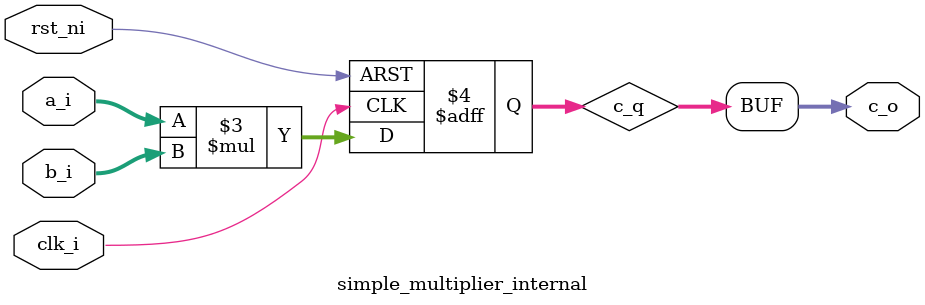
<source format=v>
`timescale 1ns / 1ps


module simple_multiplier_internal #(
    parameter WIDTH_A = 24,
    parameter WIDTH_B = 18
)(
    input clk_i,
    input rst_ni,
    
    input signed [WIDTH_A-1:0] a_i,
    input signed [WIDTH_B-1:0] b_i,
    
    output signed [WIDTH_A+WIDTH_B-1:0] c_o
    );
    
// declare signals
reg [WIDTH_A+WIDTH_B-1:0] c_q;

// connect outputs
assign c_o = c_q;

// sequential block
always @(posedge clk_i or negedge rst_ni) begin
    if (~rst_ni) begin
        c_q <= 0;
    end else begin
        c_q <= a_i * b_i;
    end
end

    
endmodule

</source>
